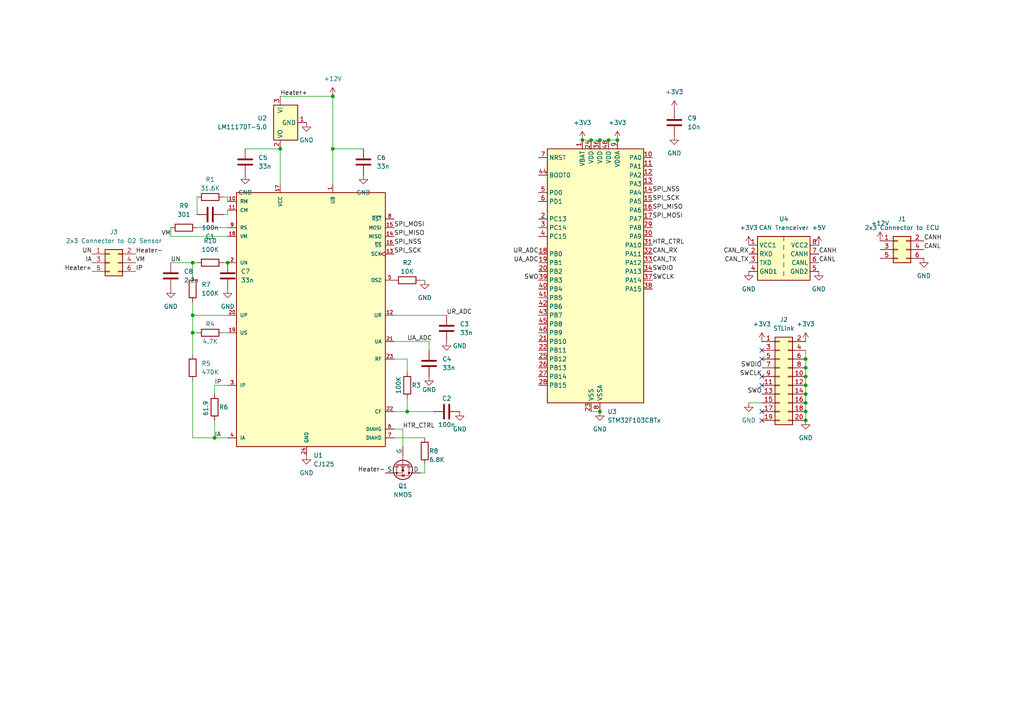
<source format=kicad_sch>
(kicad_sch (version 20230121) (generator eeschema)
  (paper "A4")
  (lib_symbols
    (symbol "CJ125:CJ125" (pin_names (offset 1.016))
      (property "Reference" "U" (at -20.32 36.83 0))
      (property "Value" "CJ125" (at -20.32 -41.91 0))
      (symbol "CJ125_0_0"
        (rectangle (start -22.86 -38.1) (end 20.32 35.56) (stroke (width 0.254)) (fill (type background)))
        (pin passive line (at 5.08 38.1 270) (length 2.54) (name "UB") (number "1"))
        (pin passive line (at -25.4 33.02 0) (length 2.54) (name "RM") (number "10"))
        (pin passive line (at -25.4 30.48 0) (length 2.54) (name "CM") (number "11"))
        (pin passive line (at 22.86 0 180) (length 2.54) (name "UR") (number "12"))
        (pin output clock (at 22.86 17.78 180) (length 2.54) (name "SCK") (number "13"))
        (pin output line (at 22.86 22.86 180) (length 2.54) (name "MISO") (number "14"))
        (pin input line (at 22.86 25.4 180) (length 2.54) (name "MOSI") (number "15"))
        (pin output line (at 22.86 20.32 180) (length 2.54) (name "~{SS}") (number "16"))
        (pin passive line (at -10.16 38.1 270) (length 2.54) (name "VCC") (number "17"))
        (pin passive line (at -25.4 22.86 0) (length 2.54) (name "VM") (number "18"))
        (pin passive line (at -25.4 -5.08 0) (length 2.54) (name "US") (number "19"))
        (pin passive line (at -25.4 15.24 0) (length 2.54) (name "UN") (number "2"))
        (pin passive line (at -25.4 0 0) (length 2.54) (name "UP") (number "20"))
        (pin passive line (at 22.86 -7.62 180) (length 2.54) (name "UA") (number "21"))
        (pin passive line (at 22.86 -27.94 180) (length 2.54) (name "CF") (number "22"))
        (pin passive line (at 22.86 -12.7 180) (length 2.54) (name "RF") (number "23"))
        (pin passive line (at -2.54 -40.64 90) (length 2.54) (name "GND") (number "24"))
        (pin passive line (at -25.4 -20.32 0) (length 2.54) (name "IP") (number "3"))
        (pin passive line (at -25.4 -35.56 0) (length 2.54) (name "IA") (number "4"))
        (pin passive line (at 22.86 10.16 180) (length 2.54) (name "OSZ") (number "5"))
        (pin input line (at 22.86 -33.02 180) (length 2.54) (name "DIAHG") (number "6"))
        (pin input line (at 22.86 -35.56 180) (length 2.54) (name "DIAHD") (number "7"))
        (pin input line (at 22.86 27.94 180) (length 2.54) (name "~{RST}") (number "8"))
        (pin passive line (at -25.4 25.4 0) (length 2.54) (name "RS") (number "9"))
      )
    )
    (symbol "Connector_Generic:Conn_02x03_Odd_Even" (pin_names (offset 1.016) hide)
      (property "Reference" "J" (at 1.27 5.08 0))
      (property "Value" "Conn_02x03_Odd_Even" (at 1.27 -5.08 0))
      (symbol "Conn_02x03_Odd_Even_1_1"
        (rectangle (start -1.27 -2.413) (end 0 -2.667) (stroke (width 0.1524)))
        (rectangle (start -1.27 0.127) (end 0 -0.127) (stroke (width 0.1524)))
        (rectangle (start -1.27 2.667) (end 0 2.413) (stroke (width 0.1524)))
        (rectangle (start -1.27 3.81) (end 3.81 -3.81) (stroke (width 0.254)) (fill (type background)))
        (rectangle (start 3.81 -2.413) (end 2.54 -2.667) (stroke (width 0.1524)))
        (rectangle (start 3.81 0.127) (end 2.54 -0.127) (stroke (width 0.1524)))
        (rectangle (start 3.81 2.667) (end 2.54 2.413) (stroke (width 0.1524)))
        (pin passive line (at -5.08 2.54 0) (length 3.81) (name "Pin_1") (number "1"))
        (pin passive line (at 7.62 2.54 180) (length 3.81) (name "Pin_2") (number "2"))
        (pin passive line (at -5.08 0 0) (length 3.81) (name "Pin_3") (number "3"))
        (pin passive line (at 7.62 0 180) (length 3.81) (name "Pin_4") (number "4"))
        (pin passive line (at -5.08 -2.54 0) (length 3.81) (name "Pin_5") (number "5"))
        (pin passive line (at 7.62 -2.54 180) (length 3.81) (name "Pin_6") (number "6"))
      )
    )
    (symbol "Connector_Generic:Conn_02x10_Odd_Even" (pin_names (offset 1.016) hide)
      (property "Reference" "J" (at 1.27 12.7 0))
      (property "Value" "Conn_02x10_Odd_Even" (at 1.27 -15.24 0))
      (symbol "Conn_02x10_Odd_Even_1_1"
        (rectangle (start -1.27 -12.573) (end 0 -12.827) (stroke (width 0.1524)))
        (rectangle (start -1.27 -10.033) (end 0 -10.287) (stroke (width 0.1524)))
        (rectangle (start -1.27 -7.493) (end 0 -7.747) (stroke (width 0.1524)))
        (rectangle (start -1.27 -4.953) (end 0 -5.207) (stroke (width 0.1524)))
        (rectangle (start -1.27 -2.413) (end 0 -2.667) (stroke (width 0.1524)))
        (rectangle (start -1.27 0.127) (end 0 -0.127) (stroke (width 0.1524)))
        (rectangle (start -1.27 2.667) (end 0 2.413) (stroke (width 0.1524)))
        (rectangle (start -1.27 5.207) (end 0 4.953) (stroke (width 0.1524)))
        (rectangle (start -1.27 7.747) (end 0 7.493) (stroke (width 0.1524)))
        (rectangle (start -1.27 10.287) (end 0 10.033) (stroke (width 0.1524)))
        (rectangle (start -1.27 11.43) (end 3.81 -13.97) (stroke (width 0.254)) (fill (type background)))
        (rectangle (start 3.81 -12.573) (end 2.54 -12.827) (stroke (width 0.1524)))
        (rectangle (start 3.81 -10.033) (end 2.54 -10.287) (stroke (width 0.1524)))
        (rectangle (start 3.81 -7.493) (end 2.54 -7.747) (stroke (width 0.1524)))
        (rectangle (start 3.81 -4.953) (end 2.54 -5.207) (stroke (width 0.1524)))
        (rectangle (start 3.81 -2.413) (end 2.54 -2.667) (stroke (width 0.1524)))
        (rectangle (start 3.81 0.127) (end 2.54 -0.127) (stroke (width 0.1524)))
        (rectangle (start 3.81 2.667) (end 2.54 2.413) (stroke (width 0.1524)))
        (rectangle (start 3.81 5.207) (end 2.54 4.953) (stroke (width 0.1524)))
        (rectangle (start 3.81 7.747) (end 2.54 7.493) (stroke (width 0.1524)))
        (rectangle (start 3.81 10.287) (end 2.54 10.033) (stroke (width 0.1524)))
        (pin passive line (at -5.08 10.16 0) (length 3.81) (name "Pin_1") (number "1"))
        (pin passive line (at 7.62 0 180) (length 3.81) (name "Pin_10") (number "10"))
        (pin passive line (at -5.08 -2.54 0) (length 3.81) (name "Pin_11") (number "11"))
        (pin passive line (at 7.62 -2.54 180) (length 3.81) (name "Pin_12") (number "12"))
        (pin passive line (at -5.08 -5.08 0) (length 3.81) (name "Pin_13") (number "13"))
        (pin passive line (at 7.62 -5.08 180) (length 3.81) (name "Pin_14") (number "14"))
        (pin passive line (at -5.08 -7.62 0) (length 3.81) (name "Pin_15") (number "15"))
        (pin passive line (at 7.62 -7.62 180) (length 3.81) (name "Pin_16") (number "16"))
        (pin passive line (at -5.08 -10.16 0) (length 3.81) (name "Pin_17") (number "17"))
        (pin passive line (at 7.62 -10.16 180) (length 3.81) (name "Pin_18") (number "18"))
        (pin passive line (at -5.08 -12.7 0) (length 3.81) (name "Pin_19") (number "19"))
        (pin passive line (at 7.62 10.16 180) (length 3.81) (name "Pin_2") (number "2"))
        (pin passive line (at 7.62 -12.7 180) (length 3.81) (name "Pin_20") (number "20"))
        (pin passive line (at -5.08 7.62 0) (length 3.81) (name "Pin_3") (number "3"))
        (pin passive line (at 7.62 7.62 180) (length 3.81) (name "Pin_4") (number "4"))
        (pin passive line (at -5.08 5.08 0) (length 3.81) (name "Pin_5") (number "5"))
        (pin passive line (at 7.62 5.08 180) (length 3.81) (name "Pin_6") (number "6"))
        (pin passive line (at -5.08 2.54 0) (length 3.81) (name "Pin_7") (number "7"))
        (pin passive line (at 7.62 2.54 180) (length 3.81) (name "Pin_8") (number "8"))
        (pin passive line (at -5.08 0 0) (length 3.81) (name "Pin_9") (number "9"))
      )
    )
    (symbol "Device:C" (pin_numbers hide) (pin_names (offset 0.254))
      (property "Reference" "C" (at 0.635 2.54 0))
      (property "Value" "C" (at 0.635 -2.54 0))
      (symbol "C_0_1"
        (polyline (pts (xy -2.032 -0.762) (xy 2.032 -0.762)) (stroke (width 0.508)))
        (polyline (pts (xy -2.032 0.762) (xy 2.032 0.762)) (stroke (width 0.508)))
      )
      (symbol "C_1_1"
        (pin passive line (at 0 3.81 270) (length 2.794) (name "~") (number "1"))
        (pin passive line (at 0 -3.81 90) (length 2.794) (name "~") (number "2"))
      )
    )
    (symbol "Device:R" (pin_numbers hide) (pin_names (offset 0))
      (property "Reference" "R" (at 2.032 0 90))
      (property "Value" "R" (at 0 0 90))
      (symbol "R_0_1"
        (rectangle (start -1.016 -2.54) (end 1.016 2.54) (stroke (width 0.254)))
      )
      (symbol "R_1_1"
        (pin passive line (at 0 3.81 270) (length 1.27) (name "~") (number "1"))
        (pin passive line (at 0 -3.81 90) (length 1.27) (name "~") (number "2"))
      )
    )
    (symbol "Interface_CAN_LIN:ISO1050DUB"
      (property "Reference" "U" (at -6.35 6.35 0))
      (property "Value" "ISO1050DUB" (at 2.54 6.35 0))
      (symbol "ISO1050DUB_0_1"
        (rectangle (start -7.62 5.08) (end 7.62 -7.62) (stroke (width 0.254)) (fill (type background)))
        (polyline (pts (xy 0 -5.08) (xy 0 -6.35)))
        (polyline (pts (xy 0 -2.54) (xy 0 -3.81)))
        (polyline (pts (xy 0 0) (xy 0 -1.27)))
        (polyline (pts (xy 0 2.54) (xy 0 1.27)))
        (polyline (pts (xy 0 5.08) (xy 0 3.81)))
      )
      (symbol "ISO1050DUB_1_1"
        (pin power_in line (at -10.16 2.54 0) (length 2.54) (name "VCC1") (number "1"))
        (pin output line (at -10.16 0 0) (length 2.54) (name "RXD") (number "2"))
        (pin input line (at -10.16 -2.54 0) (length 2.54) (name "TXD") (number "3"))
        (pin power_in line (at -10.16 -5.08 0) (length 2.54) (name "GND1") (number "4"))
        (pin power_in line (at 10.16 -5.08 180) (length 2.54) (name "GND2") (number "5"))
        (pin bidirectional line (at 10.16 -2.54 180) (length 2.54) (name "CANL") (number "6"))
        (pin bidirectional line (at 10.16 0 180) (length 2.54) (name "CANH") (number "7"))
        (pin power_in line (at 10.16 2.54 180) (length 2.54) (name "VCC2") (number "8"))
      )
    )
    (symbol "MCU_ST_STM32F1:STM32F103CBTx"
      (property "Reference" "U" (at -12.7 39.37 0))
      (property "Value" "STM32F103CBTx" (at 10.16 39.37 0))
      (symbol "STM32F103CBTx_0_1"
        (rectangle (start -12.7 -35.56) (end 15.24 38.1) (stroke (width 0.254)) (fill (type background)))
      )
      (symbol "STM32F103CBTx_1_1"
        (pin power_in line (at -2.54 40.64 270) (length 2.54) (name "VBAT") (number "1"))
        (pin bidirectional line (at 17.78 35.56 180) (length 2.54) (name "PA0") (number "10"))
        (pin bidirectional line (at 17.78 33.02 180) (length 2.54) (name "PA1") (number "11"))
        (pin bidirectional line (at 17.78 30.48 180) (length 2.54) (name "PA2") (number "12"))
        (pin bidirectional line (at 17.78 27.94 180) (length 2.54) (name "PA3") (number "13"))
        (pin bidirectional line (at 17.78 25.4 180) (length 2.54) (name "PA4") (number "14"))
        (pin bidirectional line (at 17.78 22.86 180) (length 2.54) (name "PA5") (number "15"))
        (pin bidirectional line (at 17.78 20.32 180) (length 2.54) (name "PA6") (number "16"))
        (pin bidirectional line (at 17.78 17.78 180) (length 2.54) (name "PA7") (number "17"))
        (pin bidirectional line (at -15.24 7.62 0) (length 2.54) (name "PB0") (number "18"))
        (pin bidirectional line (at -15.24 5.08 0) (length 2.54) (name "PB1") (number "19"))
        (pin bidirectional line (at -15.24 17.78 0) (length 2.54) (name "PC13") (number "2"))
        (pin bidirectional line (at -15.24 2.54 0) (length 2.54) (name "PB2") (number "20"))
        (pin bidirectional line (at -15.24 -17.78 0) (length 2.54) (name "PB10") (number "21"))
        (pin bidirectional line (at -15.24 -20.32 0) (length 2.54) (name "PB11") (number "22"))
        (pin power_in line (at 0 -38.1 90) (length 2.54) (name "VSS") (number "23"))
        (pin power_in line (at 0 40.64 270) (length 2.54) (name "VDD") (number "24"))
        (pin bidirectional line (at -15.24 -22.86 0) (length 2.54) (name "PB12") (number "25"))
        (pin bidirectional line (at -15.24 -25.4 0) (length 2.54) (name "PB13") (number "26"))
        (pin bidirectional line (at -15.24 -27.94 0) (length 2.54) (name "PB14") (number "27"))
        (pin bidirectional line (at -15.24 -30.48 0) (length 2.54) (name "PB15") (number "28"))
        (pin bidirectional line (at 17.78 15.24 180) (length 2.54) (name "PA8") (number "29"))
        (pin bidirectional line (at -15.24 15.24 0) (length 2.54) (name "PC14") (number "3"))
        (pin bidirectional line (at 17.78 12.7 180) (length 2.54) (name "PA9") (number "30"))
        (pin bidirectional line (at 17.78 10.16 180) (length 2.54) (name "PA10") (number "31"))
        (pin bidirectional line (at 17.78 7.62 180) (length 2.54) (name "PA11") (number "32"))
        (pin bidirectional line (at 17.78 5.08 180) (length 2.54) (name "PA12") (number "33"))
        (pin bidirectional line (at 17.78 2.54 180) (length 2.54) (name "PA13") (number "34"))
        (pin passive line (at 0 -38.1 90) (length 2.54) hide (name "VSS") (number "35"))
        (pin power_in line (at 2.54 40.64 270) (length 2.54) (name "VDD") (number "36"))
        (pin bidirectional line (at 17.78 0 180) (length 2.54) (name "PA14") (number "37"))
        (pin bidirectional line (at 17.78 -2.54 180) (length 2.54) (name "PA15") (number "38"))
        (pin bidirectional line (at -15.24 0 0) (length 2.54) (name "PB3") (number "39"))
        (pin bidirectional line (at -15.24 12.7 0) (length 2.54) (name "PC15") (number "4"))
        (pin bidirectional line (at -15.24 -2.54 0) (length 2.54) (name "PB4") (number "40"))
        (pin bidirectional line (at -15.24 -5.08 0) (length 2.54) (name "PB5") (number "41"))
        (pin bidirectional line (at -15.24 -7.62 0) (length 2.54) (name "PB6") (number "42"))
        (pin bidirectional line (at -15.24 -10.16 0) (length 2.54) (name "PB7") (number "43"))
        (pin input line (at -15.24 30.48 0) (length 2.54) (name "BOOT0") (number "44"))
        (pin bidirectional line (at -15.24 -12.7 0) (length 2.54) (name "PB8") (number "45"))
        (pin bidirectional line (at -15.24 -15.24 0) (length 2.54) (name "PB9") (number "46"))
        (pin passive line (at 0 -38.1 90) (length 2.54) hide (name "VSS") (number "47"))
        (pin power_in line (at 5.08 40.64 270) (length 2.54) (name "VDD") (number "48"))
        (pin bidirectional line (at -15.24 25.4 0) (length 2.54) (name "PD0") (number "5"))
        (pin bidirectional line (at -15.24 22.86 0) (length 2.54) (name "PD1") (number "6"))
        (pin input line (at -15.24 35.56 0) (length 2.54) (name "NRST") (number "7"))
        (pin power_in line (at 2.54 -38.1 90) (length 2.54) (name "VSSA") (number "8"))
        (pin power_in line (at 7.62 40.64 270) (length 2.54) (name "VDDA") (number "9"))
      )
    )
    (symbol "Regulator_Linear:LM1117DT-5.0"
      (property "Reference" "U" (at -3.81 3.175 0))
      (property "Value" "LM1117DT-5.0" (at 0 3.175 0))
      (symbol "LM1117DT-5.0_0_1"
        (rectangle (start -5.08 -5.08) (end 5.08 1.905) (stroke (width 0.254)) (fill (type background)))
      )
      (symbol "LM1117DT-5.0_1_1"
        (pin power_in line (at 0 -7.62 90) (length 2.54) (name "GND") (number "1"))
        (pin power_out line (at 7.62 0 180) (length 2.54) (name "VO") (number "2"))
        (pin power_in line (at -7.62 0 0) (length 2.54) (name "VI") (number "3"))
      )
    )
    (symbol "Simulation_SPICE:NMOS" (pin_numbers hide) (pin_names (offset 0))
      (property "Reference" "Q" (at 5.08 1.27 0))
      (property "Value" "NMOS" (at 5.08 -1.27 0))
      (symbol "NMOS_0_1"
        (polyline (pts (xy 0.254 0) (xy -2.54 0)))
        (polyline (pts (xy 0.254 1.905) (xy 0.254 -1.905)) (stroke (width 0.254)))
        (polyline (pts (xy 0.762 -1.27) (xy 0.762 -2.286)) (stroke (width 0.254)))
        (polyline (pts (xy 0.762 0.508) (xy 0.762 -0.508)) (stroke (width 0.254)))
        (polyline (pts (xy 0.762 2.286) (xy 0.762 1.27)) (stroke (width 0.254)))
        (polyline (pts (xy 2.54 2.54) (xy 2.54 1.778)))
        (polyline (pts (xy 2.54 -2.54) (xy 2.54 0) (xy 0.762 0)))
        (polyline (pts (xy 0.762 -1.778) (xy 3.302 -1.778) (xy 3.302 1.778) (xy 0.762 1.778)))
        (polyline (pts (xy 1.016 0) (xy 2.032 0.381) (xy 2.032 -0.381) (xy 1.016 0)) (fill (type outline)))
        (polyline (pts (xy 2.794 0.508) (xy 2.921 0.381) (xy 3.683 0.381) (xy 3.81 0.254)))
        (polyline (pts (xy 3.302 0.381) (xy 2.921 -0.254) (xy 3.683 -0.254) (xy 3.302 0.381)))
        (circle (center 1.651 0) (radius 2.794) (stroke (width 0.254)))
        (circle (center 2.54 -1.778) (radius 0.254) (fill (type outline)))
        (circle (center 2.54 1.778) (radius 0.254) (fill (type outline)))
      )
      (symbol "NMOS_1_1"
        (pin passive line (at 2.54 5.08 270) (length 2.54) (name "D") (number "1"))
        (pin input line (at -5.08 0 0) (length 2.54) (name "G") (number "2"))
        (pin passive line (at 2.54 -5.08 90) (length 2.54) (name "S") (number "3"))
      )
    )
    (symbol "power:+12V" (power) (pin_names (offset 0))
      (property "Value" "+12V" (at 0 3.556 0))
      (symbol "+12V_0_1"
        (polyline (pts (xy -0.762 1.27) (xy 0 2.54)))
        (polyline (pts (xy 0 0) (xy 0 2.54)))
        (polyline (pts (xy 0 2.54) (xy 0.762 1.27)))
      )
      (symbol "+12V_1_1"
        (pin power_in line (at 0 0 90) (length 0) hide (name "+12V") (number "1"))
      )
    )
    (symbol "power:+3V3" (power) (pin_names (offset 0))
      (property "Value" "+3V3" (at 0 3.556 0))
      (symbol "+3V3_0_1"
        (polyline (pts (xy -0.762 1.27) (xy 0 2.54)))
        (polyline (pts (xy 0 0) (xy 0 2.54)))
        (polyline (pts (xy 0 2.54) (xy 0.762 1.27)))
      )
      (symbol "+3V3_1_1"
        (pin power_in line (at 0 0 90) (length 0) hide (name "+3V3") (number "1"))
      )
    )
    (symbol "power:+5V" (power) (pin_names (offset 0))
      (property "Value" "+5V" (at 0 3.556 0))
      (symbol "+5V_0_1"
        (polyline (pts (xy -0.762 1.27) (xy 0 2.54)))
        (polyline (pts (xy 0 0) (xy 0 2.54)))
        (polyline (pts (xy 0 2.54) (xy 0.762 1.27)))
      )
      (symbol "+5V_1_1"
        (pin power_in line (at 0 0 90) (length 0) hide (name "+5V") (number "1"))
      )
    )
    (symbol "power:GND" (power) (pin_names (offset 0))
      (property "Value" "GND" (at 0 -3.81 0))
      (symbol "GND_0_1"
        (polyline (pts (xy 0 0) (xy 0 -1.27) (xy 1.27 -1.27) (xy 0 -2.54) (xy -1.27 -1.27) (xy 0 -1.27)))
      )
      (symbol "GND_1_1"
        (pin power_in line (at 0 0 270) (length 0) hide (name "GND") (number "1"))
      )
    )
  )
  (junction (at 233.68 104.14))
  (junction (at 233.68 109.22))
  (junction (at 66.04 76.2))
  (junction (at 118.11 119.38))
  (junction (at 173.99 40.64))
  (junction (at 62.23 127))
  (junction (at 233.68 111.76))
  (junction (at 176.53 40.64))
  (junction (at 55.88 91.44))
  (junction (at 55.88 96.52))
  (junction (at 171.45 40.64))
  (junction (at 233.68 121.92))
  (junction (at 179.07 40.64))
  (junction (at 233.68 114.3))
  (junction (at 96.52 43.18))
  (junction (at 233.68 116.84))
  (junction (at 173.99 119.38))
  (junction (at 168.91 40.64))
  (junction (at 233.68 106.68))
  (junction (at 233.68 119.38))
  (junction (at 96.52 27.94))
  (junction (at 55.88 76.2))
  (junction (at 81.28 43.18))
  (no_connect (at 220.98 101.6))
  (no_connect (at 220.98 109.22))
  (no_connect (at 220.98 104.14))
  (no_connect (at 220.98 121.92))
  (no_connect (at 220.98 111.76))
  (no_connect (at 220.98 119.38))
  (wire (pts (xy 96.52 53.34) (xy 96.52 43.18)))
  (wire (pts (xy 168.91 40.64) (xy 171.45 40.64)))
  (wire (pts (xy 55.88 91.44) (xy 55.88 96.52)))
  (wire (pts (xy 55.88 96.52) (xy 55.88 102.87)))
  (wire (pts (xy 233.68 114.3) (xy 233.68 116.84)))
  (wire (pts (xy 64.77 76.2) (xy 66.04 76.2)))
  (wire (pts (xy 233.68 101.6) (xy 233.68 104.14)))
  (wire (pts (xy 233.68 106.68) (xy 233.68 109.22)))
  (wire (pts (xy 123.19 137.16) (xy 121.92 137.16)))
  (wire (pts (xy 66.04 68.58) (xy 49.53 68.58)))
  (wire (pts (xy 57.15 57.15) (xy 57.15 62.23)))
  (wire (pts (xy 57.15 66.04) (xy 66.04 66.04)))
  (wire (pts (xy 114.3 127) (xy 123.19 127)))
  (wire (pts (xy 124.46 99.06) (xy 124.46 101.6)))
  (wire (pts (xy 49.53 76.2) (xy 55.88 76.2)))
  (wire (pts (xy 62.23 111.76) (xy 66.04 111.76)))
  (wire (pts (xy 116.84 124.46) (xy 114.3 124.46)))
  (wire (pts (xy 233.68 119.38) (xy 233.68 121.92)))
  (wire (pts (xy 57.15 96.52) (xy 55.88 96.52)))
  (wire (pts (xy 55.88 76.2) (xy 55.88 80.01)))
  (wire (pts (xy 57.15 76.2) (xy 55.88 76.2)))
  (wire (pts (xy 123.19 81.28) (xy 121.92 81.28)))
  (wire (pts (xy 81.28 27.94) (xy 96.52 27.94)))
  (wire (pts (xy 176.53 40.64) (xy 179.07 40.64)))
  (wire (pts (xy 66.04 62.23) (xy 66.04 60.96)))
  (wire (pts (xy 217.17 116.84) (xy 220.98 116.84)))
  (wire (pts (xy 49.53 68.58) (xy 49.53 66.04)))
  (wire (pts (xy 55.88 127) (xy 55.88 110.49)))
  (wire (pts (xy 71.12 43.18) (xy 81.28 43.18)))
  (wire (pts (xy 233.68 109.22) (xy 233.68 111.76)))
  (wire (pts (xy 96.52 43.18) (xy 105.41 43.18)))
  (wire (pts (xy 66.04 91.44) (xy 55.88 91.44)))
  (wire (pts (xy 62.23 114.3) (xy 62.23 111.76)))
  (wire (pts (xy 233.68 111.76) (xy 233.68 114.3)))
  (wire (pts (xy 64.77 57.15) (xy 66.04 57.15)))
  (wire (pts (xy 55.88 87.63) (xy 55.88 91.44)))
  (wire (pts (xy 233.68 104.14) (xy 233.68 106.68)))
  (wire (pts (xy 62.23 127) (xy 55.88 127)))
  (wire (pts (xy 118.11 104.14) (xy 114.3 104.14)))
  (wire (pts (xy 114.3 99.06) (xy 124.46 99.06)))
  (wire (pts (xy 233.68 116.84) (xy 233.68 119.38)))
  (wire (pts (xy 114.3 91.44) (xy 129.54 91.44)))
  (wire (pts (xy 118.11 107.95) (xy 118.11 104.14)))
  (wire (pts (xy 81.28 53.34) (xy 81.28 43.18)))
  (wire (pts (xy 116.84 124.46) (xy 116.84 129.54)))
  (wire (pts (xy 66.04 57.15) (xy 66.04 58.42)))
  (wire (pts (xy 96.52 27.94) (xy 96.52 43.18)))
  (wire (pts (xy 64.77 96.52) (xy 66.04 96.52)))
  (wire (pts (xy 64.77 62.23) (xy 66.04 62.23)))
  (wire (pts (xy 125.73 119.38) (xy 118.11 119.38)))
  (wire (pts (xy 171.45 119.38) (xy 173.99 119.38)))
  (wire (pts (xy 123.19 134.62) (xy 123.19 137.16)))
  (wire (pts (xy 173.99 40.64) (xy 176.53 40.64)))
  (wire (pts (xy 62.23 121.92) (xy 62.23 127)))
  (wire (pts (xy 171.45 40.64) (xy 173.99 40.64)))
  (wire (pts (xy 114.3 119.38) (xy 118.11 119.38)))
  (wire (pts (xy 66.04 127) (xy 62.23 127)))
  (wire (pts (xy 118.11 115.57) (xy 118.11 119.38)))
  (label "VM" (at 49.53 68.58 180))
  (label "SWCLK" (at 220.98 109.22 180))
  (label "CAN_TX" (at 189.23 76.2 0))
  (label "SPI_SCK" (at 189.23 58.42 0))
  (label "UN" (at 26.67 73.66 180))
  (label "SWCLK" (at 189.23 81.28 0))
  (label "SPI_MISO" (at 114.3 68.58 0))
  (label "SPI_NSS" (at 189.23 55.88 0))
  (label "SWDIO" (at 189.23 78.74 0))
  (label "Heater-" (at 39.37 73.66 0))
  (label "IP" (at 39.37 78.74 0))
  (label "IA" (at 62.23 127 0))
  (label "HTR_CTRL" (at 116.84 124.46 0))
  (label "SWO" (at 220.98 114.3 180))
  (label "UA_ADC" (at 118.11 99.06 0))
  (label "CANL" (at 237.49 76.2 0))
  (label "SWO" (at 156.21 81.28 180))
  (label "VM" (at 39.37 76.2 0))
  (label "SPI_MISO" (at 189.23 60.96 0))
  (label "CAN_RX" (at 189.23 73.66 0))
  (label "CANH" (at 237.49 73.66 0))
  (label "Heater+" (at 81.28 27.94 0))
  (label "CANH" (at 267.97 69.85 0))
  (label "SWDIO" (at 220.98 106.68 180))
  (label "SPI_MOSI" (at 189.23 63.5 0))
  (label "UA_ADC" (at 156.21 76.2 180))
  (label "SPI_MOSI" (at 114.3 66.04 0))
  (label "UN" (at 49.53 76.2 0))
  (label "UR_ADC" (at 129.54 91.44 0))
  (label "CAN_TX" (at 217.17 76.2 180))
  (label "Heater+" (at 26.67 78.74 180))
  (label "HTR_CTRL" (at 189.23 71.12 0))
  (label "SPI_SCK" (at 114.3 73.66 0))
  (label "IP" (at 62.23 111.76 0))
  (label "CANL" (at 267.97 72.39 0))
  (label "CAN_RX" (at 217.17 73.66 180))
  (label "SPI_NSS" (at 114.3 71.12 0))
  (label "IA" (at 26.67 76.2 180))
  (label "UR_ADC" (at 156.21 73.66 180))
  (label "Heater-" (at 111.76 137.16 180))
  (symbol (lib_id "power:+3V3") (at 217.17 71.12 0) (unit 1)
    (property "Reference" "#PWR012" (effects hide))
    (property "Value" "+3V3" (at 217.17 66.04 0))
  )
  (symbol (lib_id "power:+5V") (at 237.49 71.12 0) (unit 1)
    (property "Reference" "#PWR011" (effects hide))
    (property "Value" "+5V" (at 237.49 66.04 0))
  )
  (symbol (lib_id "power:GND") (at 88.9 132.08 0) (unit 1)
    (property "Reference" "#PWR01" (effects hide))
    (property "Value" "GND" (at 88.9 137.16 0))
  )
  (symbol (lib_id "Device:R") (at 53.34 66.04 90) (unit 1)
    (property "Reference" "R9" (at 53.34 59.69 90))
    (property "Value" "301" (at 53.34 62.23 90))
  )
  (symbol (lib_id "power:GND") (at 237.49 78.74 0) (unit 1)
    (property "Reference" "#PWR014" (effects hide))
    (property "Value" "GND" (at 237.49 83.82 0))
  )
  (symbol (lib_id "Device:R") (at 60.96 96.52 90) (unit 1)
    (property "Reference" "R4" (at 60.96 93.98 90))
    (property "Value" "4.7K" (at 60.96 99.06 90))
  )
  (symbol (lib_id "power:GND") (at 129.54 99.06 0) (unit 1)
    (property "Reference" "#PWR04" (effects hide))
    (property "Value" "GND" (at 133.35 100.33 0))
  )
  (symbol (lib_id "power:GND") (at 217.17 78.74 0) (unit 1)
    (property "Reference" "#PWR013" (effects hide))
    (property "Value" "GND" (at 217.17 83.82 0))
  )
  (symbol (lib_id "power:GND") (at 124.46 109.22 0) (unit 1)
    (property "Reference" "#PWR05" (effects hide))
    (property "Value" "GND" (at 124.46 113.03 0))
  )
  (symbol (lib_id "power:+3V3") (at 168.91 40.64 0) (unit 1)
    (property "Reference" "#PWR019" (effects hide))
    (property "Value" "+3V3" (at 168.91 35.56 0))
  )
  (symbol (lib_id "power:+12V") (at 255.27 69.85 0) (unit 1)
    (property "Reference" "#PWR025" (effects hide))
    (property "Value" "+12V" (at 255.27 64.77 0))
  )
  (symbol (lib_id "Device:R") (at 55.88 83.82 180) (unit 1)
    (property "Reference" "R7" (at 58.42 82.55 0) (effects (justify right)))
    (property "Value" "100K" (at 58.42 85.09 0) (effects (justify right)))
  )
  (symbol (lib_id "power:GND") (at 71.12 50.8 0) (unit 1)
    (property "Reference" "#PWR06" (effects hide))
    (property "Value" "GND" (at 71.12 55.88 0))
  )
  (symbol (lib_id "power:GND") (at 267.97 74.93 0) (unit 1)
    (property "Reference" "#PWR026" (effects hide))
    (property "Value" "GND" (at 267.97 80.01 0))
  )
  (symbol (lib_id "Connector_Generic:Conn_02x10_Odd_Even") (at 226.06 109.22 0) (unit 1)
    (property "Reference" "J2" (at 227.33 92.71 0))
    (property "Value" "STLink" (at 227.33 95.25 0))
  )
  (symbol (lib_id "power:GND") (at 123.19 81.28 0) (unit 1)
    (property "Reference" "#PWR03" (effects hide))
    (property "Value" "GND" (at 123.19 86.36 0))
  )
  (symbol (lib_id "power:GND") (at 105.41 50.8 0) (unit 1)
    (property "Reference" "#PWR07" (effects hide))
    (property "Value" "GND" (at 105.41 55.88 0))
  )
  (symbol (lib_id "power:GND") (at 88.9 35.56 0) (unit 1)
    (property "Reference" "#PWR010" (effects hide))
    (property "Value" "GND" (at 88.9 40.64 0))
  )
  (symbol (lib_id "Regulator_Linear:LM1117DT-5.0") (at 81.28 35.56 90) (mirror x) (unit 1)
    (property "Reference" "U2" (at 77.47 34.29 90) (effects (justify left)))
    (property "Value" "LM1117DT-5.0" (at 77.47 36.83 90) (effects (justify left)))
    (property "Footprint" "Package_TO_SOT_SMD:TO-252-3_TabPin2" (effects hide))
    (property "Datasheet" "http://www.ti.com/lit/ds/symlink/lm1117.pdf" (effects hide))
  )
  (symbol (lib_id "Device:R") (at 118.11 81.28 90) (unit 1)
    (property "Reference" "R2" (at 118.11 76.2 90))
    (property "Value" "10K" (at 118.11 78.74 90))
  )
  (symbol (lib_id "Simulation_SPICE:NMOS") (at 116.84 134.62 270) (unit 1)
    (property "Reference" "Q1" (at 116.84 140.97 90))
    (property "Value" "NMOS" (at 116.84 143.51 90))
    (property "Datasheet" "https://ngspice.sourceforge.io/docs/ngspice-manual.pdf" (effects hide))
    (property "Sim.Device" "NMOS" (effects hide))
    (property "Sim.Type" "VDMOS" (effects hide))
    (property "Sim.Pins" "1=D 2=G 3=S" (effects hide))
  )
  (symbol (lib_id "Interface_CAN_LIN:ISO1050DUB") (at 227.33 73.66 0) (unit 1)
    (property "Reference" "U4" (at 227.33 63.5 0))
    (property "Value" "CAN Tranceiver" (at 227.33 66.04 0))
    (property "Footprint" "Package_SO:SOP-8_6.62x9.15mm_P2.54mm" (effects hide))
    (property "Datasheet" "http://www.ti.com/lit/ds/symlink/iso1050.pdf" (effects hide))
  )
  (symbol (lib_id "Device:C") (at 105.41 46.99 0) (unit 1)
    (property "Reference" "C6" (at 109.22 45.72 0) (effects (justify left)))
    (property "Value" "33n" (at 109.22 48.26 0) (effects (justify left)))
  )
  (symbol (lib_id "Device:C") (at 71.12 46.99 0) (unit 1)
    (property "Reference" "C5" (at 74.93 45.72 0) (effects (justify left)))
    (property "Value" "33n" (at 74.93 48.26 0) (effects (justify left)))
  )
  (symbol (lib_id "Device:R") (at 60.96 57.15 90) (unit 1)
    (property "Reference" "R1" (at 60.96 52.07 90))
    (property "Value" "31.6K" (at 60.96 54.61 90))
  )
  (symbol (lib_id "Device:R") (at 118.11 111.76 0) (unit 1)
    (property "Reference" "R3" (at 119.38 111.76 0) (effects (justify left)))
    (property "Value" "100K" (at 115.57 114.3 90) (effects (justify left)))
  )
  (symbol (lib_id "Device:C") (at 124.46 105.41 0) (unit 1)
    (property "Reference" "C4" (at 128.27 104.14 0) (effects (justify left)))
    (property "Value" "33n" (at 128.27 106.68 0) (effects (justify left)))
  )
  (symbol (lib_id "Device:C") (at 195.58 35.56 0) (unit 1)
    (property "Reference" "C9" (at 199.39 34.29 0) (effects (justify left)))
    (property "Value" "10n" (at 199.39 36.83 0) (effects (justify left)))
  )
  (symbol (lib_id "Device:C") (at 49.53 80.01 180) (unit 1)
    (property "Reference" "C8" (at 53.34 78.74 0) (effects (justify right)))
    (property "Value" "2.2n" (at 53.34 81.28 0) (effects (justify right)))
  )
  (symbol (lib_id "Device:C") (at 60.96 62.23 90) (unit 1)
    (property "Reference" "C1" (at 60.96 68.58 90))
    (property "Value" "100n" (at 60.96 66.04 90))
  )
  (symbol (lib_id "Device:C") (at 129.54 119.38 90) (unit 1)
    (property "Reference" "C2" (at 129.54 115.57 90))
    (property "Value" "100n" (at 129.54 123.19 90))
  )
  (symbol (lib_id "power:GND") (at 66.04 83.82 0) (unit 1)
    (property "Reference" "#PWR08" (effects hide))
    (property "Value" "GND" (at 66.04 88.9 0))
  )
  (symbol (lib_id "Connector_Generic:Conn_02x03_Odd_Even") (at 260.35 72.39 0) (unit 1)
    (property "Reference" "J1" (at 261.62 63.5 0))
    (property "Value" "2x3 Connector to ECU" (at 261.62 66.04 0))
  )
  (symbol (lib_id "power:+3V3") (at 179.07 40.64 0) (unit 1)
    (property "Reference" "#PWR015" (effects hide))
    (property "Value" "+3V3" (at 179.07 35.56 0))
  )
  (symbol (lib_id "Device:R") (at 123.19 130.81 180) (unit 1)
    (property "Reference" "R8" (at 124.46 130.81 0) (effects (justify right)))
    (property "Value" "6.8K" (at 124.46 133.35 0) (effects (justify right)))
  )
  (symbol (lib_id "Device:R") (at 60.96 76.2 90) (unit 1)
    (property "Reference" "R10" (at 60.96 69.85 90))
    (property "Value" "100K" (at 60.96 72.39 90))
  )
  (symbol (lib_id "power:+3V3") (at 233.68 99.06 0) (unit 1)
    (property "Reference" "#PWR021" (effects hide))
    (property "Value" "+3V3" (at 233.68 93.98 0))
  )
  (symbol (lib_id "power:+3V3") (at 195.58 31.75 0) (unit 1)
    (property "Reference" "#PWR016" (effects hide))
    (property "Value" "+3V3" (at 195.58 26.67 0))
  )
  (symbol (lib_id "Device:R") (at 62.23 118.11 180) (unit 1)
    (property "Reference" "R6" (at 63.5 118.11 0) (effects (justify right)))
    (property "Value" "61.9" (at 59.69 120.65 90) (effects (justify right)))
  )
  (symbol (lib_id "Connector_Generic:Conn_02x03_Odd_Even") (at 31.75 76.2 0) (unit 1)
    (property "Reference" "J3" (at 33.02 67.31 0))
    (property "Value" "2x3 Connector to O2 Sensor" (at 33.02 69.85 0))
  )
  (symbol (lib_id "power:GND") (at 49.53 83.82 0) (unit 1)
    (property "Reference" "#PWR09" (effects hide))
    (property "Value" "GND" (at 49.53 88.9 0))
  )
  (symbol (lib_id "power:GND") (at 133.35 119.38 0) (unit 1)
    (property "Reference" "#PWR02" (effects hide))
    (property "Value" "GND" (at 133.35 124.46 0))
  )
  (symbol (lib_id "power:GND") (at 173.99 119.38 0) (unit 1)
    (property "Reference" "#PWR018" (effects hide))
    (property "Value" "GND" (at 173.99 124.46 0))
  )
  (symbol (lib_id "Device:R") (at 55.88 106.68 180) (unit 1)
    (property "Reference" "R5" (at 58.42 105.41 0) (effects (justify right)))
    (property "Value" "470K" (at 58.42 107.95 0) (effects (justify right)))
  )
  (symbol (lib_id "CJ125:CJ125") (at 91.44 91.44 0) (unit 1)
    (property "Reference" "U1" (at 90.9194 132.08 0) (effects (justify left)))
    (property "Value" "CJ125" (at 90.9194 134.62 0) (effects (justify left)))
    (property "Footprint" "CJ125:SO24W" (effects hide))
    (property "MF" "Bosch" (effects hide))
    (property "Description" "\nLAMBDA PROBE INTERFACE IC\n" (effects hide))
    (property "Package" "None" (effects hide))
    (property "Price" "None" (effects hide))
    (property "SnapEDA_Link" "https://www.snapeda.com/parts/CJ125/Bosch/view-part/?ref=snap" (effects hide))
    (property "MP" "CJ125" (effects hide))
    (property "Availability" "Not in stock" (effects hide))
    (property "Check_prices" "https://www.snapeda.com/parts/CJ125/Bosch/view-part/?ref=eda" (effects hide))
  )
  (symbol (lib_id "power:GND") (at 195.58 39.37 0) (unit 1)
    (property "Reference" "#PWR017" (effects hide))
    (property "Value" "GND" (at 195.58 44.45 0))
  )
  (symbol (lib_id "Device:C") (at 66.04 80.01 180) (unit 1)
    (property "Reference" "C7" (at 69.85 78.74 0) (effects (justify right)))
    (property "Value" "33n" (at 69.85 81.28 0) (effects (justify right)))
  )
  (symbol (lib_id "power:+3V3") (at 220.98 99.06 0) (unit 1)
    (property "Reference" "#PWR020" (effects hide))
    (property "Value" "+3V3" (at 220.98 93.98 0))
  )
  (symbol (lib_id "MCU_ST_STM32F1:STM32F103CBTx") (at 171.45 81.28 0) (unit 1)
    (property "Reference" "U3" (at 176.1841 119.38 0) (effects (justify left)))
    (property "Value" "STM32F103CBTx" (at 176.1841 121.92 0) (effects (justify left)))
    (property "Footprint" "Package_QFP:LQFP-48_7x7mm_P0.5mm" (effects hide))
    (property "Datasheet" "https://www.st.com/resource/en/datasheet/stm32f103cb.pdf" (effects hide))
  )
  (symbol (lib_id "power:+12V") (at 96.52 27.94 0) (unit 1)
    (property "Reference" "#PWR024" (effects hide))
    (property "Value" "+12V" (at 96.52 22.86 0))
  )
  (symbol (lib_id "Device:C") (at 129.54 95.25 0) (unit 1)
    (property "Reference" "C3" (at 133.35 93.98 0) (effects (justify left)))
    (property "Value" "33n" (at 133.35 96.52 0) (effects (justify left)))
  )
  (symbol (lib_id "power:GND") (at 217.17 116.84 0) (unit 1)
    (property "Reference" "#PWR023" (effects hide))
    (property "Value" "GND" (at 217.17 121.92 0))
  )
  (symbol (lib_id "power:GND") (at 233.68 121.92 0) (unit 1)
    (property "Reference" "#PWR022" (effects hide))
    (property "Value" "GND" (at 233.68 127 0))
  )
)
</source>
